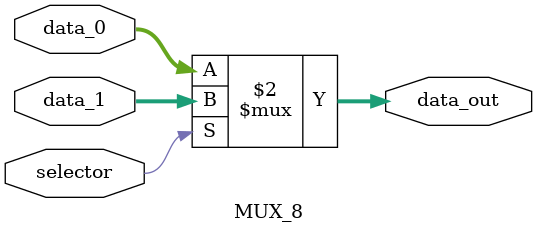
<source format=sv>
module MUX_8 (
    input logic [7:0] data_0, 
                      data_1, 
    input logic selector, 
    output logic [7:0] data_out
);

always_comb begin
    data_out = (selector) ? data_1 : data_0;  
end

endmodule 
</source>
